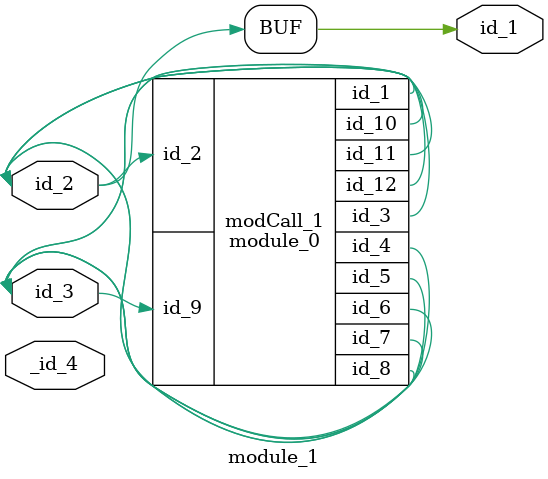
<source format=v>
module module_0 (
    id_1,
    id_2,
    id_3,
    id_4,
    id_5,
    id_6,
    id_7,
    id_8,
    id_9,
    id_10,
    id_11,
    id_12
);
  output wire id_12;
  output wire id_11;
  output wire id_10;
  input wire id_9;
  inout wire id_8;
  inout wire id_7;
  inout wire id_6;
  output wire id_5;
  output wire id_4;
  output wire id_3;
  input wire id_2;
  inout wire id_1;
  wire id_13;
  wire id_14;
  assign {(-1), 1} = 1 ? (id_1 / id_7) : 1;
endmodule
module module_1 #(
    parameter id_4 = 32'd98
) (
    id_1,
    id_2,
    id_3,
    _id_4
);
  inout wire _id_4;
  inout wire id_3;
  inout wire id_2;
  module_0 modCall_1 (
      id_3,
      id_2,
      id_2,
      id_1,
      id_3,
      id_2,
      id_3,
      id_3,
      id_3,
      id_3,
      id_2,
      id_1
  );
  output wire id_1;
  parameter ["" : id_4] id_5 = -1'b0;
  assign id_1 = id_2;
  wire id_6;
endmodule

</source>
